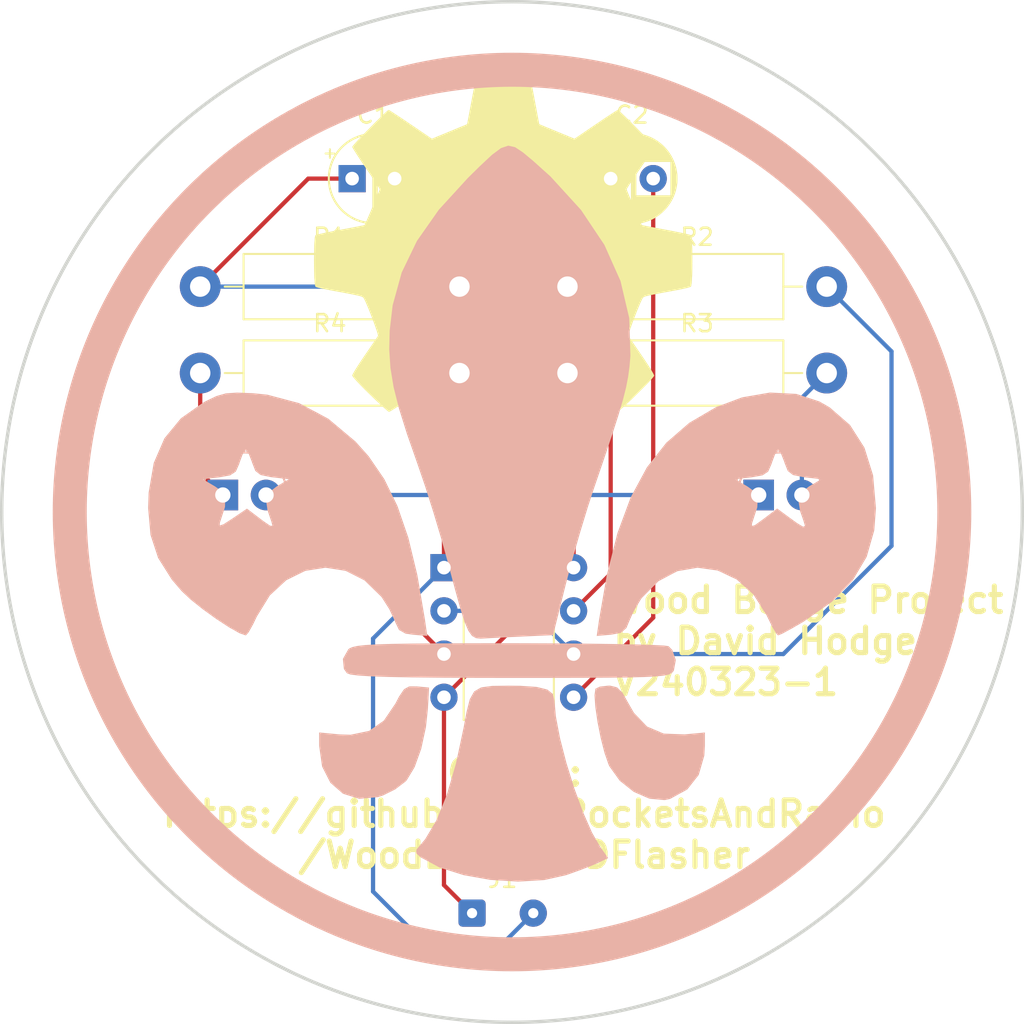
<source format=kicad_pcb>
(kicad_pcb (version 20240108) (generator "pcbnew") (generator_version "8.0")
  (layers (0 "F.Cu" signal) (31 "B.Cu" signal) (34 "B.Paste" user) (35 "F.Paste" user) (36 "B.SilkS" user "B.Silkscreen") (37 "F.SilkS" user "F.Silkscreen") (38 "B.Mask" user) (39 "F.Mask" user) (44 "Edge.Cuts" user))
  (net 0 "")
  (net 1 "VCC")
  (net 2 "GND")
  (net 3 "Net-(U1-CV)")
  (net 4 "/output")
  (net 5 "Net-(D1-A)")
  (net 6 "Net-(D2-K)")
  (net 7 "Net-(U1-DIS)")
  (net 8 "/trigger-threshold")
  (footprint "Resistor_THT:R_Axial_DIN0411_L9.9mm_D3.6mm_P15.24mm_Horizontal" (layer "F.Cu") (at 48.26 31.75)
    (property "Reference" "R2" (at 7.62 -2.92 0) (layer "F.SilkS"))
    (property "Value" "R_US")
    (pad "1" thru_hole circle (at 0 0) (size 2.4 2.4) (drill 1.2) (layers "*.Cu" "*.Mask") (net 7 "Net-(U1-DIS)"))
    (pad "2" thru_hole oval (at 15.24 0) (size 2.4 2.4) (drill 1.2) (layers "*.Cu" "*.Mask") (net 8 "/trigger-threshold"))
  )
  (footprint "Capacitor_THT:CP_Radial_D5.0mm_P2.50mm" (layer "F.Cu") (at 50.8 25.4)
    (property "Reference" "C2" (at 1.25 -3.75 0) (layer "F.SilkS"))
    (property "Value" "C_Small")
    (pad "1" thru_hole rect (at 0 0) (size 1.6 1.6) (drill 0.8) (layers "*.Cu" "*.Mask") (net 2 "GND"))
    (pad "2" thru_hole circle (at 2.5 0) (size 1.6 1.6) (drill 0.8) (layers "*.Cu" "*.Mask") (net 3 "Net-(U1-CV)"))
  )
  (footprint "Resistor_THT:R_Axial_DIN0411_L9.9mm_D3.6mm_P15.24mm_Horizontal" (layer "F.Cu") (at 48.26 36.83)
    (property "Reference" "R3" (at 7.62 -2.92 0) (layer "F.SilkS"))
    (property "Value" "R_US")
    (pad "1" thru_hole circle (at 0 0) (size 2.4 2.4) (drill 1.2) (layers "*.Cu" "*.Mask") (net 1 "VCC"))
    (pad "2" thru_hole oval (at 15.24 0) (size 2.4 2.4) (drill 1.2) (layers "*.Cu" "*.Mask") (net 5 "Net-(D1-A)"))
  )
  (footprint "Package_DIP:DIP-8_W7.62mm" (layer "F.Cu") (at 41 48.27)
    (property "Reference" "U1" (at 3.81 -2.33 0) (layer "F.SilkS"))
    (property "Value" "LM555xN")
    (pad "1" thru_hole rect (at 0 0) (size 1.6 1.6) (drill 0.8) (layers "*.Cu" "*.Mask") (net 2 "GND"))
    (pad "2" thru_hole oval (at 0 2.54) (size 1.6 1.6) (drill 0.8) (layers "*.Cu" "*.Mask") (net 8 "/trigger-threshold"))
    (pad "3" thru_hole oval (at 0 5.08) (size 1.6 1.6) (drill 0.8) (layers "*.Cu" "*.Mask") (net 4 "/output"))
    (pad "4" thru_hole oval (at 0 7.62) (size 1.6 1.6) (drill 0.8) (layers "*.Cu" "*.Mask") (net 1 "VCC"))
    (pad "5" thru_hole oval (at 7.62 7.62) (size 1.6 1.6) (drill 0.8) (layers "*.Cu" "*.Mask") (net 3 "Net-(U1-CV)"))
    (pad "6" thru_hole oval (at 7.62 5.08) (size 1.6 1.6) (drill 0.8) (layers "*.Cu" "*.Mask") (net 8 "/trigger-threshold"))
    (pad "7" thru_hole oval (at 7.62 2.54) (size 1.6 1.6) (drill 0.8) (layers "*.Cu" "*.Mask") (net 7 "Net-(U1-DIS)"))
    (pad "8" thru_hole oval (at 7.62 0) (size 1.6 1.6) (drill 0.8) (layers "*.Cu" "*.Mask") (net 1 "VCC"))
  )
  (footprint "Capacitor_THT:CP_Radial_D5.0mm_P2.50mm" (layer "F.Cu") (at 35.6 25.4)
    (property "Reference" "C1" (at 1.25 -3.75 0) (layer "F.SilkS"))
    (property "Value" "C_Small")
    (pad "1" thru_hole rect (at 0 0) (size 1.6 1.6) (drill 0.8) (layers "*.Cu" "*.Mask") (net 1 "VCC"))
    (pad "2" thru_hole circle (at 2.5 0) (size 1.6 1.6) (drill 0.8) (layers "*.Cu" "*.Mask") (net 2 "GND"))
  )
  (footprint "Resistor_THT:R_Axial_DIN0411_L9.9mm_D3.6mm_P15.24mm_Horizontal" (layer "F.Cu") (at 26.67 36.83)
    (property "Reference" "R4" (at 7.62 -2.92 0) (layer "F.SilkS"))
    (property "Value" "R_US")
    (pad "1" thru_hole circle (at 0 0) (size 2.4 2.4) (drill 1.2) (layers "*.Cu" "*.Mask") (net 6 "Net-(D2-K)"))
    (pad "2" thru_hole oval (at 15.24 0) (size 2.4 2.4) (drill 1.2) (layers "*.Cu" "*.Mask") (net 2 "GND"))
  )
  (footprint "Symbol:OSHW-Symbol_22.3x20mm_SilkScreen" (layer "F.Cu") (at 44.45 29.21)
    (property "Reference" "REF**" (hide yes))
    (property "Value" "OSHW-Symbol_22.3x20mm_SilkScreen" (hide yes))
  )
  (footprint "Resistor_THT:R_Axial_DIN0411_L9.9mm_D3.6mm_P15.24mm_Horizontal" (layer "F.Cu") (at 26.67 31.75)
    (property "Reference" "R1" (at 7.62 -2.92 0) (layer "F.SilkS"))
    (property "Value" "R_US")
    (pad "1" thru_hole circle (at 0 0) (size 2.4 2.4) (drill 1.2) (layers "*.Cu" "*.Mask") (net 1 "VCC"))
    (pad "2" thru_hole oval (at 15.24 0) (size 2.4 2.4) (drill 1.2) (layers "*.Cu" "*.Mask") (net 7 "Net-(U1-DIS)"))
  )
  (footprint "Connector_Wire:SolderWire-0.1sqmm_1x02_P3.6mm_D0.4mm_OD1mm" (layer "F.Cu") (at 42.65 68.58)
    (property "Reference" "J1" (at 1.8 -2 0) (layer "F.SilkS"))
    (property "Value" "Conn_01x02_Pin")
    (pad "1" thru_hole roundrect (at 0 0) (size 1.6 1.6) (drill 0.6) (layers "*.Cu" "*.Mask") (roundrect_rratio 0.15625) (net 1 "VCC"))
    (pad "2" thru_hole circle (at 3.6 0) (size 1.6 1.6) (drill 0.6) (layers "*.Cu" "*.Mask") (net 2 "GND"))
  )
  (footprint "LED_THT:LED_D5.0mm_Clear" (layer "B.Cu") (at 59.5 44)
    (property "Reference" "D1" (at 1.27 3.96 0) (layer "B.SilkS") (effects (justify mirror)))
    (property "Value" "LED")
    (pad "1" thru_hole rect (at 0 0) (size 1.8 1.8) (drill 0.9) (layers "*.Cu" "*.Mask") (net 4 "/output"))
    (pad "2" thru_hole circle (at 2.54 0) (size 1.8 1.8) (drill 0.9) (layers "*.Cu" "*.Mask") (net 5 "Net-(D1-A)"))
  )
  (footprint "Wood Badge Project:Fleur de lis" (layer "B.Cu") (at 45 45 180)
    (property "Reference" "G***" (hide yes))
    (property "Value" "LOGO" (hide yes))
  )
  (footprint "LED_THT:LED_D5.0mm_Clear" (layer "B.Cu") (at 28 44)
    (property "Reference" "D2" (at 1.27 3.96 0) (layer "B.SilkS") (effects (justify mirror)))
    (property "Value" "LED")
    (pad "1" thru_hole rect (at 0 0) (size 1.8 1.8) (drill 0.9) (layers "*.Cu" "*.Mask") (net 6 "Net-(D2-K)"))
    (pad "2" thru_hole circle (at 2.54 0) (size 1.8 1.8) (drill 0.9) (layers "*.Cu" "*.Mask") (net 4 "/output"))
  )
  (gr_circle (center 45 45) (end 71 45) (stroke (width 2)) (fill none) (layer "B.SilkS"))
  (gr_circle (center 45 45) (end 75 45) (stroke (width 0.2)) (fill none) (layer "Edge.Cuts"))
  (gr_text "Wood Badge Project\nby David Hodge\nV240323-1" (at 50.8 55.88 0) (layer "F.SilkS") (effects (font (size 1.5 1.5) (thickness 0.3) (bold yes)) (justify left bottom)))
  (gr_text "Github: \nhttps://github.com/RocketsAndRadio\n/WoodBadgeLEDFlasher" (at 45.72 66.04 0) (layer "F.SilkS") (effects (font (size 1.5 1.5) (thickness 0.3) (bold yes)) (justify bottom)))
  (segment (start 48.26 36.83) (end 48.26 43.26) (width 0.25) (layer "F.Cu") (net 1))
  (segment (start 41 55.89) (end 48.62 48.27) (width 0.25) (layer "F.Cu") (net 1))
  (segment (start 41 55.89) (end 41 66.93) (width 0.25) (layer "F.Cu") (net 1))
  (segment (start 48.62 43.62) (end 48.62 48.27) (width 0.25) (layer "F.Cu") (net 1))
  (segment (start 35.6 25.4) (end 33.02 25.4) (width 0.25) (layer "F.Cu") (net 1))
  (segment (start 41 66.93) (end 42.65 68.58) (width 0.25) (layer "F.Cu") (net 1))
  (segment (start 48.26 43.26) (end 48.62 43.62) (width 0.25) (layer "F.Cu") (net 1))
  (segment (start 33.02 25.4) (end 26.67 31.75) (width 0.25) (layer "F.Cu") (net 1))
  (segment (start 26.67 31.75) (end 38.986676 31.75) (width 0.25) (layer "B.Cu") (net 1))
  (segment (start 38.986676 31.75) (end 44.066676 36.83) (width 0.25) (layer "B.Cu") (net 1))
  (segment (start 44.066676 36.83) (end 48.26 36.83) (width 0.25) (layer "B.Cu") (net 1))
  (segment (start 41 48.27) (end 41 37.74) (width 0.25) (layer "F.Cu") (net 2))
  (segment (start 38.1 25.4) (end 50.8 25.4) (width 0.25) (layer "F.Cu") (net 2))
  (segment (start 41 37.74) (end 41.91 36.83) (width 0.25) (layer "F.Cu") (net 2))
  (segment (start 38.1 25.4) (end 38.1 33.02) (width 0.25) (layer "F.Cu") (net 2))
  (segment (start 38.1 33.02) (end 41.91 36.83) (width 0.25) (layer "F.Cu") (net 2))
  (segment (start 43.71 71.12) (end 40.64 71.12) (width 0.25) (layer "B.Cu") (net 2))
  (segment (start 46.25 68.58) (end 43.71 71.12) (width 0.25) (layer "B.Cu") (net 2))
  (segment (start 40.64 71.12) (end 36.83 67.31) (width 0.25) (layer "B.Cu") (net 2))
  (segment (start 36.83 67.31) (end 36.83 52.44) (width 0.25) (layer "B.Cu") (net 2))
  (segment (start 36.83 52.44) (end 41 48.27) (width 0.25) (layer "B.Cu") (net 2))
  (segment (start 53.3 51.21) (end 53.3 25.4) (width 0.25) (layer "F.Cu") (net 3))
  (segment (start 48.62 55.89) (end 53.3 51.21) (width 0.25) (layer "F.Cu") (net 3))
  (segment (start 31.65 44) (end 30.54 44) (width 0.25) (layer "F.Cu") (net 4))
  (segment (start 41 53.35) (end 31.65 44) (width 0.25) (layer "F.Cu") (net 4))
  (segment (start 30.54 44) (end 59.5 44) (width 0.25) (layer "B.Cu") (net 4))
  (segment (start 62.04 44) (end 62.04 38.29) (width 0.25) (layer "B.Cu") (net 5))
  (segment (start 62.04 38.29) (end 63.5 36.83) (width 0.25) (layer "B.Cu") (net 5))
  (segment (start 26.67 36.83) (end 26.67 42.67) (width 0.25) (layer "F.Cu") (net 6))
  (segment (start 26.67 42.67) (end 28 44) (width 0.25) (layer "F.Cu") (net 6))
  (segment (start 50.8 34.29) (end 50.8 48.63) (width 0.25) (layer "F.Cu") (net 7))
  (segment (start 50.8 48.63) (end 48.62 50.81) (width 0.25) (layer "F.Cu") (net 7))
  (segment (start 48.26 31.75) (end 50.8 34.29) (width 0.25) (layer "F.Cu") (net 7))
  (segment (start 48.26 31.75) (end 41.91 31.75) (width 0.25) (layer "B.Cu") (net 7))
  (segment (start 67.31 46.99) (end 67.31 35.56) (width 0.25) (layer "B.Cu") (net 8))
  (segment (start 48.62 53.35) (end 60.95 53.35) (width 0.25) (layer "B.Cu") (net 8))
  (segment (start 41 50.81) (end 46.08 50.81) (width 0.25) (layer "B.Cu") (net 8))
  (segment (start 60.95 53.35) (end 67.31 46.99) (width 0.25) (layer "B.Cu") (net 8))
  (segment (start 67.31 35.56) (end 63.5 31.75) (width 0.25) (layer "B.Cu") (net 8))
  (segment (start 46.08 50.81) (end 48.62 53.35) (width 0.25) (layer "B.Cu") (net 8))
)
</source>
